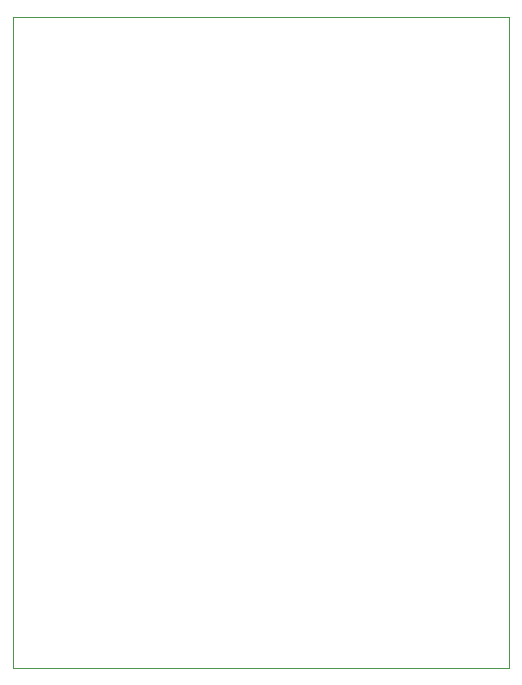
<source format=gbr>
%TF.GenerationSoftware,KiCad,Pcbnew,7.0.9*%
%TF.CreationDate,2024-01-09T17:40:00-08:00*%
%TF.ProjectId,RS-232 Logger,52532d32-3332-4204-9c6f-676765722e6b,rev?*%
%TF.SameCoordinates,Original*%
%TF.FileFunction,Profile,NP*%
%FSLAX46Y46*%
G04 Gerber Fmt 4.6, Leading zero omitted, Abs format (unit mm)*
G04 Created by KiCad (PCBNEW 7.0.9) date 2024-01-09 17:40:00*
%MOMM*%
%LPD*%
G01*
G04 APERTURE LIST*
%TA.AperFunction,Profile*%
%ADD10C,0.100000*%
%TD*%
G04 APERTURE END LIST*
D10*
X26802800Y-26812800D02*
X68802800Y-26812800D01*
X68802800Y-81975200D01*
X26802800Y-81975200D01*
X26802800Y-26812800D01*
M02*

</source>
